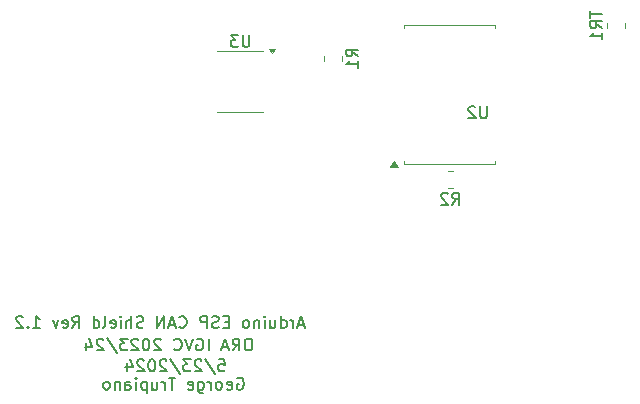
<source format=gbr>
%TF.GenerationSoftware,KiCad,Pcbnew,8.0.2*%
%TF.CreationDate,2024-05-23T15:40:16-04:00*%
%TF.ProjectId,ORA_Arduino_ESP_CAN_Shield_Rev_1.2,4f52415f-4172-4647-9569-6e6f5f455350,rev?*%
%TF.SameCoordinates,Original*%
%TF.FileFunction,Legend,Bot*%
%TF.FilePolarity,Positive*%
%FSLAX46Y46*%
G04 Gerber Fmt 4.6, Leading zero omitted, Abs format (unit mm)*
G04 Created by KiCad (PCBNEW 8.0.2) date 2024-05-23 15:40:16*
%MOMM*%
%LPD*%
G01*
G04 APERTURE LIST*
%ADD10C,0.150000*%
%ADD11C,0.120000*%
G04 APERTURE END LIST*
D10*
X126580839Y-91424104D02*
X126104649Y-91424104D01*
X126676077Y-91709819D02*
X126342744Y-90709819D01*
X126342744Y-90709819D02*
X126009411Y-91709819D01*
X125676077Y-91709819D02*
X125676077Y-91043152D01*
X125676077Y-91233628D02*
X125628458Y-91138390D01*
X125628458Y-91138390D02*
X125580839Y-91090771D01*
X125580839Y-91090771D02*
X125485601Y-91043152D01*
X125485601Y-91043152D02*
X125390363Y-91043152D01*
X124628458Y-91709819D02*
X124628458Y-90709819D01*
X124628458Y-91662200D02*
X124723696Y-91709819D01*
X124723696Y-91709819D02*
X124914172Y-91709819D01*
X124914172Y-91709819D02*
X125009410Y-91662200D01*
X125009410Y-91662200D02*
X125057029Y-91614580D01*
X125057029Y-91614580D02*
X125104648Y-91519342D01*
X125104648Y-91519342D02*
X125104648Y-91233628D01*
X125104648Y-91233628D02*
X125057029Y-91138390D01*
X125057029Y-91138390D02*
X125009410Y-91090771D01*
X125009410Y-91090771D02*
X124914172Y-91043152D01*
X124914172Y-91043152D02*
X124723696Y-91043152D01*
X124723696Y-91043152D02*
X124628458Y-91090771D01*
X123723696Y-91043152D02*
X123723696Y-91709819D01*
X124152267Y-91043152D02*
X124152267Y-91566961D01*
X124152267Y-91566961D02*
X124104648Y-91662200D01*
X124104648Y-91662200D02*
X124009410Y-91709819D01*
X124009410Y-91709819D02*
X123866553Y-91709819D01*
X123866553Y-91709819D02*
X123771315Y-91662200D01*
X123771315Y-91662200D02*
X123723696Y-91614580D01*
X123247505Y-91709819D02*
X123247505Y-91043152D01*
X123247505Y-90709819D02*
X123295124Y-90757438D01*
X123295124Y-90757438D02*
X123247505Y-90805057D01*
X123247505Y-90805057D02*
X123199886Y-90757438D01*
X123199886Y-90757438D02*
X123247505Y-90709819D01*
X123247505Y-90709819D02*
X123247505Y-90805057D01*
X122771315Y-91043152D02*
X122771315Y-91709819D01*
X122771315Y-91138390D02*
X122723696Y-91090771D01*
X122723696Y-91090771D02*
X122628458Y-91043152D01*
X122628458Y-91043152D02*
X122485601Y-91043152D01*
X122485601Y-91043152D02*
X122390363Y-91090771D01*
X122390363Y-91090771D02*
X122342744Y-91186009D01*
X122342744Y-91186009D02*
X122342744Y-91709819D01*
X121723696Y-91709819D02*
X121818934Y-91662200D01*
X121818934Y-91662200D02*
X121866553Y-91614580D01*
X121866553Y-91614580D02*
X121914172Y-91519342D01*
X121914172Y-91519342D02*
X121914172Y-91233628D01*
X121914172Y-91233628D02*
X121866553Y-91138390D01*
X121866553Y-91138390D02*
X121818934Y-91090771D01*
X121818934Y-91090771D02*
X121723696Y-91043152D01*
X121723696Y-91043152D02*
X121580839Y-91043152D01*
X121580839Y-91043152D02*
X121485601Y-91090771D01*
X121485601Y-91090771D02*
X121437982Y-91138390D01*
X121437982Y-91138390D02*
X121390363Y-91233628D01*
X121390363Y-91233628D02*
X121390363Y-91519342D01*
X121390363Y-91519342D02*
X121437982Y-91614580D01*
X121437982Y-91614580D02*
X121485601Y-91662200D01*
X121485601Y-91662200D02*
X121580839Y-91709819D01*
X121580839Y-91709819D02*
X121723696Y-91709819D01*
X120199886Y-91186009D02*
X119866553Y-91186009D01*
X119723696Y-91709819D02*
X120199886Y-91709819D01*
X120199886Y-91709819D02*
X120199886Y-90709819D01*
X120199886Y-90709819D02*
X119723696Y-90709819D01*
X119342743Y-91662200D02*
X119199886Y-91709819D01*
X119199886Y-91709819D02*
X118961791Y-91709819D01*
X118961791Y-91709819D02*
X118866553Y-91662200D01*
X118866553Y-91662200D02*
X118818934Y-91614580D01*
X118818934Y-91614580D02*
X118771315Y-91519342D01*
X118771315Y-91519342D02*
X118771315Y-91424104D01*
X118771315Y-91424104D02*
X118818934Y-91328866D01*
X118818934Y-91328866D02*
X118866553Y-91281247D01*
X118866553Y-91281247D02*
X118961791Y-91233628D01*
X118961791Y-91233628D02*
X119152267Y-91186009D01*
X119152267Y-91186009D02*
X119247505Y-91138390D01*
X119247505Y-91138390D02*
X119295124Y-91090771D01*
X119295124Y-91090771D02*
X119342743Y-90995533D01*
X119342743Y-90995533D02*
X119342743Y-90900295D01*
X119342743Y-90900295D02*
X119295124Y-90805057D01*
X119295124Y-90805057D02*
X119247505Y-90757438D01*
X119247505Y-90757438D02*
X119152267Y-90709819D01*
X119152267Y-90709819D02*
X118914172Y-90709819D01*
X118914172Y-90709819D02*
X118771315Y-90757438D01*
X118342743Y-91709819D02*
X118342743Y-90709819D01*
X118342743Y-90709819D02*
X117961791Y-90709819D01*
X117961791Y-90709819D02*
X117866553Y-90757438D01*
X117866553Y-90757438D02*
X117818934Y-90805057D01*
X117818934Y-90805057D02*
X117771315Y-90900295D01*
X117771315Y-90900295D02*
X117771315Y-91043152D01*
X117771315Y-91043152D02*
X117818934Y-91138390D01*
X117818934Y-91138390D02*
X117866553Y-91186009D01*
X117866553Y-91186009D02*
X117961791Y-91233628D01*
X117961791Y-91233628D02*
X118342743Y-91233628D01*
X116009410Y-91614580D02*
X116057029Y-91662200D01*
X116057029Y-91662200D02*
X116199886Y-91709819D01*
X116199886Y-91709819D02*
X116295124Y-91709819D01*
X116295124Y-91709819D02*
X116437981Y-91662200D01*
X116437981Y-91662200D02*
X116533219Y-91566961D01*
X116533219Y-91566961D02*
X116580838Y-91471723D01*
X116580838Y-91471723D02*
X116628457Y-91281247D01*
X116628457Y-91281247D02*
X116628457Y-91138390D01*
X116628457Y-91138390D02*
X116580838Y-90947914D01*
X116580838Y-90947914D02*
X116533219Y-90852676D01*
X116533219Y-90852676D02*
X116437981Y-90757438D01*
X116437981Y-90757438D02*
X116295124Y-90709819D01*
X116295124Y-90709819D02*
X116199886Y-90709819D01*
X116199886Y-90709819D02*
X116057029Y-90757438D01*
X116057029Y-90757438D02*
X116009410Y-90805057D01*
X115628457Y-91424104D02*
X115152267Y-91424104D01*
X115723695Y-91709819D02*
X115390362Y-90709819D01*
X115390362Y-90709819D02*
X115057029Y-91709819D01*
X114723695Y-91709819D02*
X114723695Y-90709819D01*
X114723695Y-90709819D02*
X114152267Y-91709819D01*
X114152267Y-91709819D02*
X114152267Y-90709819D01*
X112961790Y-91662200D02*
X112818933Y-91709819D01*
X112818933Y-91709819D02*
X112580838Y-91709819D01*
X112580838Y-91709819D02*
X112485600Y-91662200D01*
X112485600Y-91662200D02*
X112437981Y-91614580D01*
X112437981Y-91614580D02*
X112390362Y-91519342D01*
X112390362Y-91519342D02*
X112390362Y-91424104D01*
X112390362Y-91424104D02*
X112437981Y-91328866D01*
X112437981Y-91328866D02*
X112485600Y-91281247D01*
X112485600Y-91281247D02*
X112580838Y-91233628D01*
X112580838Y-91233628D02*
X112771314Y-91186009D01*
X112771314Y-91186009D02*
X112866552Y-91138390D01*
X112866552Y-91138390D02*
X112914171Y-91090771D01*
X112914171Y-91090771D02*
X112961790Y-90995533D01*
X112961790Y-90995533D02*
X112961790Y-90900295D01*
X112961790Y-90900295D02*
X112914171Y-90805057D01*
X112914171Y-90805057D02*
X112866552Y-90757438D01*
X112866552Y-90757438D02*
X112771314Y-90709819D01*
X112771314Y-90709819D02*
X112533219Y-90709819D01*
X112533219Y-90709819D02*
X112390362Y-90757438D01*
X111961790Y-91709819D02*
X111961790Y-90709819D01*
X111533219Y-91709819D02*
X111533219Y-91186009D01*
X111533219Y-91186009D02*
X111580838Y-91090771D01*
X111580838Y-91090771D02*
X111676076Y-91043152D01*
X111676076Y-91043152D02*
X111818933Y-91043152D01*
X111818933Y-91043152D02*
X111914171Y-91090771D01*
X111914171Y-91090771D02*
X111961790Y-91138390D01*
X111057028Y-91709819D02*
X111057028Y-91043152D01*
X111057028Y-90709819D02*
X111104647Y-90757438D01*
X111104647Y-90757438D02*
X111057028Y-90805057D01*
X111057028Y-90805057D02*
X111009409Y-90757438D01*
X111009409Y-90757438D02*
X111057028Y-90709819D01*
X111057028Y-90709819D02*
X111057028Y-90805057D01*
X110199886Y-91662200D02*
X110295124Y-91709819D01*
X110295124Y-91709819D02*
X110485600Y-91709819D01*
X110485600Y-91709819D02*
X110580838Y-91662200D01*
X110580838Y-91662200D02*
X110628457Y-91566961D01*
X110628457Y-91566961D02*
X110628457Y-91186009D01*
X110628457Y-91186009D02*
X110580838Y-91090771D01*
X110580838Y-91090771D02*
X110485600Y-91043152D01*
X110485600Y-91043152D02*
X110295124Y-91043152D01*
X110295124Y-91043152D02*
X110199886Y-91090771D01*
X110199886Y-91090771D02*
X110152267Y-91186009D01*
X110152267Y-91186009D02*
X110152267Y-91281247D01*
X110152267Y-91281247D02*
X110628457Y-91376485D01*
X109580838Y-91709819D02*
X109676076Y-91662200D01*
X109676076Y-91662200D02*
X109723695Y-91566961D01*
X109723695Y-91566961D02*
X109723695Y-90709819D01*
X108771314Y-91709819D02*
X108771314Y-90709819D01*
X108771314Y-91662200D02*
X108866552Y-91709819D01*
X108866552Y-91709819D02*
X109057028Y-91709819D01*
X109057028Y-91709819D02*
X109152266Y-91662200D01*
X109152266Y-91662200D02*
X109199885Y-91614580D01*
X109199885Y-91614580D02*
X109247504Y-91519342D01*
X109247504Y-91519342D02*
X109247504Y-91233628D01*
X109247504Y-91233628D02*
X109199885Y-91138390D01*
X109199885Y-91138390D02*
X109152266Y-91090771D01*
X109152266Y-91090771D02*
X109057028Y-91043152D01*
X109057028Y-91043152D02*
X108866552Y-91043152D01*
X108866552Y-91043152D02*
X108771314Y-91090771D01*
X106961790Y-91709819D02*
X107295123Y-91233628D01*
X107533218Y-91709819D02*
X107533218Y-90709819D01*
X107533218Y-90709819D02*
X107152266Y-90709819D01*
X107152266Y-90709819D02*
X107057028Y-90757438D01*
X107057028Y-90757438D02*
X107009409Y-90805057D01*
X107009409Y-90805057D02*
X106961790Y-90900295D01*
X106961790Y-90900295D02*
X106961790Y-91043152D01*
X106961790Y-91043152D02*
X107009409Y-91138390D01*
X107009409Y-91138390D02*
X107057028Y-91186009D01*
X107057028Y-91186009D02*
X107152266Y-91233628D01*
X107152266Y-91233628D02*
X107533218Y-91233628D01*
X106152266Y-91662200D02*
X106247504Y-91709819D01*
X106247504Y-91709819D02*
X106437980Y-91709819D01*
X106437980Y-91709819D02*
X106533218Y-91662200D01*
X106533218Y-91662200D02*
X106580837Y-91566961D01*
X106580837Y-91566961D02*
X106580837Y-91186009D01*
X106580837Y-91186009D02*
X106533218Y-91090771D01*
X106533218Y-91090771D02*
X106437980Y-91043152D01*
X106437980Y-91043152D02*
X106247504Y-91043152D01*
X106247504Y-91043152D02*
X106152266Y-91090771D01*
X106152266Y-91090771D02*
X106104647Y-91186009D01*
X106104647Y-91186009D02*
X106104647Y-91281247D01*
X106104647Y-91281247D02*
X106580837Y-91376485D01*
X105771313Y-91043152D02*
X105533218Y-91709819D01*
X105533218Y-91709819D02*
X105295123Y-91043152D01*
X103628456Y-91709819D02*
X104199884Y-91709819D01*
X103914170Y-91709819D02*
X103914170Y-90709819D01*
X103914170Y-90709819D02*
X104009408Y-90852676D01*
X104009408Y-90852676D02*
X104104646Y-90947914D01*
X104104646Y-90947914D02*
X104199884Y-90995533D01*
X103199884Y-91614580D02*
X103152265Y-91662200D01*
X103152265Y-91662200D02*
X103199884Y-91709819D01*
X103199884Y-91709819D02*
X103247503Y-91662200D01*
X103247503Y-91662200D02*
X103199884Y-91614580D01*
X103199884Y-91614580D02*
X103199884Y-91709819D01*
X102771313Y-90805057D02*
X102723694Y-90757438D01*
X102723694Y-90757438D02*
X102628456Y-90709819D01*
X102628456Y-90709819D02*
X102390361Y-90709819D01*
X102390361Y-90709819D02*
X102295123Y-90757438D01*
X102295123Y-90757438D02*
X102247504Y-90805057D01*
X102247504Y-90805057D02*
X102199885Y-90900295D01*
X102199885Y-90900295D02*
X102199885Y-90995533D01*
X102199885Y-90995533D02*
X102247504Y-91138390D01*
X102247504Y-91138390D02*
X102818932Y-91709819D01*
X102818932Y-91709819D02*
X102199885Y-91709819D01*
X120919411Y-95977438D02*
X121014649Y-95929819D01*
X121014649Y-95929819D02*
X121157506Y-95929819D01*
X121157506Y-95929819D02*
X121300363Y-95977438D01*
X121300363Y-95977438D02*
X121395601Y-96072676D01*
X121395601Y-96072676D02*
X121443220Y-96167914D01*
X121443220Y-96167914D02*
X121490839Y-96358390D01*
X121490839Y-96358390D02*
X121490839Y-96501247D01*
X121490839Y-96501247D02*
X121443220Y-96691723D01*
X121443220Y-96691723D02*
X121395601Y-96786961D01*
X121395601Y-96786961D02*
X121300363Y-96882200D01*
X121300363Y-96882200D02*
X121157506Y-96929819D01*
X121157506Y-96929819D02*
X121062268Y-96929819D01*
X121062268Y-96929819D02*
X120919411Y-96882200D01*
X120919411Y-96882200D02*
X120871792Y-96834580D01*
X120871792Y-96834580D02*
X120871792Y-96501247D01*
X120871792Y-96501247D02*
X121062268Y-96501247D01*
X120062268Y-96882200D02*
X120157506Y-96929819D01*
X120157506Y-96929819D02*
X120347982Y-96929819D01*
X120347982Y-96929819D02*
X120443220Y-96882200D01*
X120443220Y-96882200D02*
X120490839Y-96786961D01*
X120490839Y-96786961D02*
X120490839Y-96406009D01*
X120490839Y-96406009D02*
X120443220Y-96310771D01*
X120443220Y-96310771D02*
X120347982Y-96263152D01*
X120347982Y-96263152D02*
X120157506Y-96263152D01*
X120157506Y-96263152D02*
X120062268Y-96310771D01*
X120062268Y-96310771D02*
X120014649Y-96406009D01*
X120014649Y-96406009D02*
X120014649Y-96501247D01*
X120014649Y-96501247D02*
X120490839Y-96596485D01*
X119443220Y-96929819D02*
X119538458Y-96882200D01*
X119538458Y-96882200D02*
X119586077Y-96834580D01*
X119586077Y-96834580D02*
X119633696Y-96739342D01*
X119633696Y-96739342D02*
X119633696Y-96453628D01*
X119633696Y-96453628D02*
X119586077Y-96358390D01*
X119586077Y-96358390D02*
X119538458Y-96310771D01*
X119538458Y-96310771D02*
X119443220Y-96263152D01*
X119443220Y-96263152D02*
X119300363Y-96263152D01*
X119300363Y-96263152D02*
X119205125Y-96310771D01*
X119205125Y-96310771D02*
X119157506Y-96358390D01*
X119157506Y-96358390D02*
X119109887Y-96453628D01*
X119109887Y-96453628D02*
X119109887Y-96739342D01*
X119109887Y-96739342D02*
X119157506Y-96834580D01*
X119157506Y-96834580D02*
X119205125Y-96882200D01*
X119205125Y-96882200D02*
X119300363Y-96929819D01*
X119300363Y-96929819D02*
X119443220Y-96929819D01*
X118681315Y-96929819D02*
X118681315Y-96263152D01*
X118681315Y-96453628D02*
X118633696Y-96358390D01*
X118633696Y-96358390D02*
X118586077Y-96310771D01*
X118586077Y-96310771D02*
X118490839Y-96263152D01*
X118490839Y-96263152D02*
X118395601Y-96263152D01*
X117633696Y-96263152D02*
X117633696Y-97072676D01*
X117633696Y-97072676D02*
X117681315Y-97167914D01*
X117681315Y-97167914D02*
X117728934Y-97215533D01*
X117728934Y-97215533D02*
X117824172Y-97263152D01*
X117824172Y-97263152D02*
X117967029Y-97263152D01*
X117967029Y-97263152D02*
X118062267Y-97215533D01*
X117633696Y-96882200D02*
X117728934Y-96929819D01*
X117728934Y-96929819D02*
X117919410Y-96929819D01*
X117919410Y-96929819D02*
X118014648Y-96882200D01*
X118014648Y-96882200D02*
X118062267Y-96834580D01*
X118062267Y-96834580D02*
X118109886Y-96739342D01*
X118109886Y-96739342D02*
X118109886Y-96453628D01*
X118109886Y-96453628D02*
X118062267Y-96358390D01*
X118062267Y-96358390D02*
X118014648Y-96310771D01*
X118014648Y-96310771D02*
X117919410Y-96263152D01*
X117919410Y-96263152D02*
X117728934Y-96263152D01*
X117728934Y-96263152D02*
X117633696Y-96310771D01*
X116776553Y-96882200D02*
X116871791Y-96929819D01*
X116871791Y-96929819D02*
X117062267Y-96929819D01*
X117062267Y-96929819D02*
X117157505Y-96882200D01*
X117157505Y-96882200D02*
X117205124Y-96786961D01*
X117205124Y-96786961D02*
X117205124Y-96406009D01*
X117205124Y-96406009D02*
X117157505Y-96310771D01*
X117157505Y-96310771D02*
X117062267Y-96263152D01*
X117062267Y-96263152D02*
X116871791Y-96263152D01*
X116871791Y-96263152D02*
X116776553Y-96310771D01*
X116776553Y-96310771D02*
X116728934Y-96406009D01*
X116728934Y-96406009D02*
X116728934Y-96501247D01*
X116728934Y-96501247D02*
X117205124Y-96596485D01*
X115681314Y-95929819D02*
X115109886Y-95929819D01*
X115395600Y-96929819D02*
X115395600Y-95929819D01*
X114776552Y-96929819D02*
X114776552Y-96263152D01*
X114776552Y-96453628D02*
X114728933Y-96358390D01*
X114728933Y-96358390D02*
X114681314Y-96310771D01*
X114681314Y-96310771D02*
X114586076Y-96263152D01*
X114586076Y-96263152D02*
X114490838Y-96263152D01*
X113728933Y-96263152D02*
X113728933Y-96929819D01*
X114157504Y-96263152D02*
X114157504Y-96786961D01*
X114157504Y-96786961D02*
X114109885Y-96882200D01*
X114109885Y-96882200D02*
X114014647Y-96929819D01*
X114014647Y-96929819D02*
X113871790Y-96929819D01*
X113871790Y-96929819D02*
X113776552Y-96882200D01*
X113776552Y-96882200D02*
X113728933Y-96834580D01*
X113252742Y-96263152D02*
X113252742Y-97263152D01*
X113252742Y-96310771D02*
X113157504Y-96263152D01*
X113157504Y-96263152D02*
X112967028Y-96263152D01*
X112967028Y-96263152D02*
X112871790Y-96310771D01*
X112871790Y-96310771D02*
X112824171Y-96358390D01*
X112824171Y-96358390D02*
X112776552Y-96453628D01*
X112776552Y-96453628D02*
X112776552Y-96739342D01*
X112776552Y-96739342D02*
X112824171Y-96834580D01*
X112824171Y-96834580D02*
X112871790Y-96882200D01*
X112871790Y-96882200D02*
X112967028Y-96929819D01*
X112967028Y-96929819D02*
X113157504Y-96929819D01*
X113157504Y-96929819D02*
X113252742Y-96882200D01*
X112347980Y-96929819D02*
X112347980Y-96263152D01*
X112347980Y-95929819D02*
X112395599Y-95977438D01*
X112395599Y-95977438D02*
X112347980Y-96025057D01*
X112347980Y-96025057D02*
X112300361Y-95977438D01*
X112300361Y-95977438D02*
X112347980Y-95929819D01*
X112347980Y-95929819D02*
X112347980Y-96025057D01*
X111443219Y-96929819D02*
X111443219Y-96406009D01*
X111443219Y-96406009D02*
X111490838Y-96310771D01*
X111490838Y-96310771D02*
X111586076Y-96263152D01*
X111586076Y-96263152D02*
X111776552Y-96263152D01*
X111776552Y-96263152D02*
X111871790Y-96310771D01*
X111443219Y-96882200D02*
X111538457Y-96929819D01*
X111538457Y-96929819D02*
X111776552Y-96929819D01*
X111776552Y-96929819D02*
X111871790Y-96882200D01*
X111871790Y-96882200D02*
X111919409Y-96786961D01*
X111919409Y-96786961D02*
X111919409Y-96691723D01*
X111919409Y-96691723D02*
X111871790Y-96596485D01*
X111871790Y-96596485D02*
X111776552Y-96548866D01*
X111776552Y-96548866D02*
X111538457Y-96548866D01*
X111538457Y-96548866D02*
X111443219Y-96501247D01*
X110967028Y-96263152D02*
X110967028Y-96929819D01*
X110967028Y-96358390D02*
X110919409Y-96310771D01*
X110919409Y-96310771D02*
X110824171Y-96263152D01*
X110824171Y-96263152D02*
X110681314Y-96263152D01*
X110681314Y-96263152D02*
X110586076Y-96310771D01*
X110586076Y-96310771D02*
X110538457Y-96406009D01*
X110538457Y-96406009D02*
X110538457Y-96929819D01*
X109919409Y-96929819D02*
X110014647Y-96882200D01*
X110014647Y-96882200D02*
X110062266Y-96834580D01*
X110062266Y-96834580D02*
X110109885Y-96739342D01*
X110109885Y-96739342D02*
X110109885Y-96453628D01*
X110109885Y-96453628D02*
X110062266Y-96358390D01*
X110062266Y-96358390D02*
X110014647Y-96310771D01*
X110014647Y-96310771D02*
X109919409Y-96263152D01*
X109919409Y-96263152D02*
X109776552Y-96263152D01*
X109776552Y-96263152D02*
X109681314Y-96310771D01*
X109681314Y-96310771D02*
X109633695Y-96358390D01*
X109633695Y-96358390D02*
X109586076Y-96453628D01*
X109586076Y-96453628D02*
X109586076Y-96739342D01*
X109586076Y-96739342D02*
X109633695Y-96834580D01*
X109633695Y-96834580D02*
X109681314Y-96882200D01*
X109681314Y-96882200D02*
X109776552Y-96929819D01*
X109776552Y-96929819D02*
X109919409Y-96929819D01*
X121962744Y-92619819D02*
X121772268Y-92619819D01*
X121772268Y-92619819D02*
X121677030Y-92667438D01*
X121677030Y-92667438D02*
X121581792Y-92762676D01*
X121581792Y-92762676D02*
X121534173Y-92953152D01*
X121534173Y-92953152D02*
X121534173Y-93286485D01*
X121534173Y-93286485D02*
X121581792Y-93476961D01*
X121581792Y-93476961D02*
X121677030Y-93572200D01*
X121677030Y-93572200D02*
X121772268Y-93619819D01*
X121772268Y-93619819D02*
X121962744Y-93619819D01*
X121962744Y-93619819D02*
X122057982Y-93572200D01*
X122057982Y-93572200D02*
X122153220Y-93476961D01*
X122153220Y-93476961D02*
X122200839Y-93286485D01*
X122200839Y-93286485D02*
X122200839Y-92953152D01*
X122200839Y-92953152D02*
X122153220Y-92762676D01*
X122153220Y-92762676D02*
X122057982Y-92667438D01*
X122057982Y-92667438D02*
X121962744Y-92619819D01*
X120534173Y-93619819D02*
X120867506Y-93143628D01*
X121105601Y-93619819D02*
X121105601Y-92619819D01*
X121105601Y-92619819D02*
X120724649Y-92619819D01*
X120724649Y-92619819D02*
X120629411Y-92667438D01*
X120629411Y-92667438D02*
X120581792Y-92715057D01*
X120581792Y-92715057D02*
X120534173Y-92810295D01*
X120534173Y-92810295D02*
X120534173Y-92953152D01*
X120534173Y-92953152D02*
X120581792Y-93048390D01*
X120581792Y-93048390D02*
X120629411Y-93096009D01*
X120629411Y-93096009D02*
X120724649Y-93143628D01*
X120724649Y-93143628D02*
X121105601Y-93143628D01*
X120153220Y-93334104D02*
X119677030Y-93334104D01*
X120248458Y-93619819D02*
X119915125Y-92619819D01*
X119915125Y-92619819D02*
X119581792Y-93619819D01*
X118486553Y-93619819D02*
X118486553Y-92619819D01*
X117486554Y-92667438D02*
X117581792Y-92619819D01*
X117581792Y-92619819D02*
X117724649Y-92619819D01*
X117724649Y-92619819D02*
X117867506Y-92667438D01*
X117867506Y-92667438D02*
X117962744Y-92762676D01*
X117962744Y-92762676D02*
X118010363Y-92857914D01*
X118010363Y-92857914D02*
X118057982Y-93048390D01*
X118057982Y-93048390D02*
X118057982Y-93191247D01*
X118057982Y-93191247D02*
X118010363Y-93381723D01*
X118010363Y-93381723D02*
X117962744Y-93476961D01*
X117962744Y-93476961D02*
X117867506Y-93572200D01*
X117867506Y-93572200D02*
X117724649Y-93619819D01*
X117724649Y-93619819D02*
X117629411Y-93619819D01*
X117629411Y-93619819D02*
X117486554Y-93572200D01*
X117486554Y-93572200D02*
X117438935Y-93524580D01*
X117438935Y-93524580D02*
X117438935Y-93191247D01*
X117438935Y-93191247D02*
X117629411Y-93191247D01*
X117153220Y-92619819D02*
X116819887Y-93619819D01*
X116819887Y-93619819D02*
X116486554Y-92619819D01*
X115581792Y-93524580D02*
X115629411Y-93572200D01*
X115629411Y-93572200D02*
X115772268Y-93619819D01*
X115772268Y-93619819D02*
X115867506Y-93619819D01*
X115867506Y-93619819D02*
X116010363Y-93572200D01*
X116010363Y-93572200D02*
X116105601Y-93476961D01*
X116105601Y-93476961D02*
X116153220Y-93381723D01*
X116153220Y-93381723D02*
X116200839Y-93191247D01*
X116200839Y-93191247D02*
X116200839Y-93048390D01*
X116200839Y-93048390D02*
X116153220Y-92857914D01*
X116153220Y-92857914D02*
X116105601Y-92762676D01*
X116105601Y-92762676D02*
X116010363Y-92667438D01*
X116010363Y-92667438D02*
X115867506Y-92619819D01*
X115867506Y-92619819D02*
X115772268Y-92619819D01*
X115772268Y-92619819D02*
X115629411Y-92667438D01*
X115629411Y-92667438D02*
X115581792Y-92715057D01*
X114438934Y-92715057D02*
X114391315Y-92667438D01*
X114391315Y-92667438D02*
X114296077Y-92619819D01*
X114296077Y-92619819D02*
X114057982Y-92619819D01*
X114057982Y-92619819D02*
X113962744Y-92667438D01*
X113962744Y-92667438D02*
X113915125Y-92715057D01*
X113915125Y-92715057D02*
X113867506Y-92810295D01*
X113867506Y-92810295D02*
X113867506Y-92905533D01*
X113867506Y-92905533D02*
X113915125Y-93048390D01*
X113915125Y-93048390D02*
X114486553Y-93619819D01*
X114486553Y-93619819D02*
X113867506Y-93619819D01*
X113248458Y-92619819D02*
X113153220Y-92619819D01*
X113153220Y-92619819D02*
X113057982Y-92667438D01*
X113057982Y-92667438D02*
X113010363Y-92715057D01*
X113010363Y-92715057D02*
X112962744Y-92810295D01*
X112962744Y-92810295D02*
X112915125Y-93000771D01*
X112915125Y-93000771D02*
X112915125Y-93238866D01*
X112915125Y-93238866D02*
X112962744Y-93429342D01*
X112962744Y-93429342D02*
X113010363Y-93524580D01*
X113010363Y-93524580D02*
X113057982Y-93572200D01*
X113057982Y-93572200D02*
X113153220Y-93619819D01*
X113153220Y-93619819D02*
X113248458Y-93619819D01*
X113248458Y-93619819D02*
X113343696Y-93572200D01*
X113343696Y-93572200D02*
X113391315Y-93524580D01*
X113391315Y-93524580D02*
X113438934Y-93429342D01*
X113438934Y-93429342D02*
X113486553Y-93238866D01*
X113486553Y-93238866D02*
X113486553Y-93000771D01*
X113486553Y-93000771D02*
X113438934Y-92810295D01*
X113438934Y-92810295D02*
X113391315Y-92715057D01*
X113391315Y-92715057D02*
X113343696Y-92667438D01*
X113343696Y-92667438D02*
X113248458Y-92619819D01*
X112534172Y-92715057D02*
X112486553Y-92667438D01*
X112486553Y-92667438D02*
X112391315Y-92619819D01*
X112391315Y-92619819D02*
X112153220Y-92619819D01*
X112153220Y-92619819D02*
X112057982Y-92667438D01*
X112057982Y-92667438D02*
X112010363Y-92715057D01*
X112010363Y-92715057D02*
X111962744Y-92810295D01*
X111962744Y-92810295D02*
X111962744Y-92905533D01*
X111962744Y-92905533D02*
X112010363Y-93048390D01*
X112010363Y-93048390D02*
X112581791Y-93619819D01*
X112581791Y-93619819D02*
X111962744Y-93619819D01*
X111629410Y-92619819D02*
X111010363Y-92619819D01*
X111010363Y-92619819D02*
X111343696Y-93000771D01*
X111343696Y-93000771D02*
X111200839Y-93000771D01*
X111200839Y-93000771D02*
X111105601Y-93048390D01*
X111105601Y-93048390D02*
X111057982Y-93096009D01*
X111057982Y-93096009D02*
X111010363Y-93191247D01*
X111010363Y-93191247D02*
X111010363Y-93429342D01*
X111010363Y-93429342D02*
X111057982Y-93524580D01*
X111057982Y-93524580D02*
X111105601Y-93572200D01*
X111105601Y-93572200D02*
X111200839Y-93619819D01*
X111200839Y-93619819D02*
X111486553Y-93619819D01*
X111486553Y-93619819D02*
X111581791Y-93572200D01*
X111581791Y-93572200D02*
X111629410Y-93524580D01*
X109867506Y-92572200D02*
X110724648Y-93857914D01*
X109581791Y-92715057D02*
X109534172Y-92667438D01*
X109534172Y-92667438D02*
X109438934Y-92619819D01*
X109438934Y-92619819D02*
X109200839Y-92619819D01*
X109200839Y-92619819D02*
X109105601Y-92667438D01*
X109105601Y-92667438D02*
X109057982Y-92715057D01*
X109057982Y-92715057D02*
X109010363Y-92810295D01*
X109010363Y-92810295D02*
X109010363Y-92905533D01*
X109010363Y-92905533D02*
X109057982Y-93048390D01*
X109057982Y-93048390D02*
X109629410Y-93619819D01*
X109629410Y-93619819D02*
X109010363Y-93619819D01*
X108153220Y-92953152D02*
X108153220Y-93619819D01*
X108391315Y-92572200D02*
X108629410Y-93286485D01*
X108629410Y-93286485D02*
X108010363Y-93286485D01*
X119357030Y-94379819D02*
X119833220Y-94379819D01*
X119833220Y-94379819D02*
X119880839Y-94856009D01*
X119880839Y-94856009D02*
X119833220Y-94808390D01*
X119833220Y-94808390D02*
X119737982Y-94760771D01*
X119737982Y-94760771D02*
X119499887Y-94760771D01*
X119499887Y-94760771D02*
X119404649Y-94808390D01*
X119404649Y-94808390D02*
X119357030Y-94856009D01*
X119357030Y-94856009D02*
X119309411Y-94951247D01*
X119309411Y-94951247D02*
X119309411Y-95189342D01*
X119309411Y-95189342D02*
X119357030Y-95284580D01*
X119357030Y-95284580D02*
X119404649Y-95332200D01*
X119404649Y-95332200D02*
X119499887Y-95379819D01*
X119499887Y-95379819D02*
X119737982Y-95379819D01*
X119737982Y-95379819D02*
X119833220Y-95332200D01*
X119833220Y-95332200D02*
X119880839Y-95284580D01*
X118166554Y-94332200D02*
X119023696Y-95617914D01*
X117880839Y-94475057D02*
X117833220Y-94427438D01*
X117833220Y-94427438D02*
X117737982Y-94379819D01*
X117737982Y-94379819D02*
X117499887Y-94379819D01*
X117499887Y-94379819D02*
X117404649Y-94427438D01*
X117404649Y-94427438D02*
X117357030Y-94475057D01*
X117357030Y-94475057D02*
X117309411Y-94570295D01*
X117309411Y-94570295D02*
X117309411Y-94665533D01*
X117309411Y-94665533D02*
X117357030Y-94808390D01*
X117357030Y-94808390D02*
X117928458Y-95379819D01*
X117928458Y-95379819D02*
X117309411Y-95379819D01*
X116976077Y-94379819D02*
X116357030Y-94379819D01*
X116357030Y-94379819D02*
X116690363Y-94760771D01*
X116690363Y-94760771D02*
X116547506Y-94760771D01*
X116547506Y-94760771D02*
X116452268Y-94808390D01*
X116452268Y-94808390D02*
X116404649Y-94856009D01*
X116404649Y-94856009D02*
X116357030Y-94951247D01*
X116357030Y-94951247D02*
X116357030Y-95189342D01*
X116357030Y-95189342D02*
X116404649Y-95284580D01*
X116404649Y-95284580D02*
X116452268Y-95332200D01*
X116452268Y-95332200D02*
X116547506Y-95379819D01*
X116547506Y-95379819D02*
X116833220Y-95379819D01*
X116833220Y-95379819D02*
X116928458Y-95332200D01*
X116928458Y-95332200D02*
X116976077Y-95284580D01*
X115214173Y-94332200D02*
X116071315Y-95617914D01*
X114928458Y-94475057D02*
X114880839Y-94427438D01*
X114880839Y-94427438D02*
X114785601Y-94379819D01*
X114785601Y-94379819D02*
X114547506Y-94379819D01*
X114547506Y-94379819D02*
X114452268Y-94427438D01*
X114452268Y-94427438D02*
X114404649Y-94475057D01*
X114404649Y-94475057D02*
X114357030Y-94570295D01*
X114357030Y-94570295D02*
X114357030Y-94665533D01*
X114357030Y-94665533D02*
X114404649Y-94808390D01*
X114404649Y-94808390D02*
X114976077Y-95379819D01*
X114976077Y-95379819D02*
X114357030Y-95379819D01*
X113737982Y-94379819D02*
X113642744Y-94379819D01*
X113642744Y-94379819D02*
X113547506Y-94427438D01*
X113547506Y-94427438D02*
X113499887Y-94475057D01*
X113499887Y-94475057D02*
X113452268Y-94570295D01*
X113452268Y-94570295D02*
X113404649Y-94760771D01*
X113404649Y-94760771D02*
X113404649Y-94998866D01*
X113404649Y-94998866D02*
X113452268Y-95189342D01*
X113452268Y-95189342D02*
X113499887Y-95284580D01*
X113499887Y-95284580D02*
X113547506Y-95332200D01*
X113547506Y-95332200D02*
X113642744Y-95379819D01*
X113642744Y-95379819D02*
X113737982Y-95379819D01*
X113737982Y-95379819D02*
X113833220Y-95332200D01*
X113833220Y-95332200D02*
X113880839Y-95284580D01*
X113880839Y-95284580D02*
X113928458Y-95189342D01*
X113928458Y-95189342D02*
X113976077Y-94998866D01*
X113976077Y-94998866D02*
X113976077Y-94760771D01*
X113976077Y-94760771D02*
X113928458Y-94570295D01*
X113928458Y-94570295D02*
X113880839Y-94475057D01*
X113880839Y-94475057D02*
X113833220Y-94427438D01*
X113833220Y-94427438D02*
X113737982Y-94379819D01*
X113023696Y-94475057D02*
X112976077Y-94427438D01*
X112976077Y-94427438D02*
X112880839Y-94379819D01*
X112880839Y-94379819D02*
X112642744Y-94379819D01*
X112642744Y-94379819D02*
X112547506Y-94427438D01*
X112547506Y-94427438D02*
X112499887Y-94475057D01*
X112499887Y-94475057D02*
X112452268Y-94570295D01*
X112452268Y-94570295D02*
X112452268Y-94665533D01*
X112452268Y-94665533D02*
X112499887Y-94808390D01*
X112499887Y-94808390D02*
X113071315Y-95379819D01*
X113071315Y-95379819D02*
X112452268Y-95379819D01*
X111595125Y-94713152D02*
X111595125Y-95379819D01*
X111833220Y-94332200D02*
X112071315Y-95046485D01*
X112071315Y-95046485D02*
X111452268Y-95046485D01*
X142061904Y-72944819D02*
X142061904Y-73754342D01*
X142061904Y-73754342D02*
X142014285Y-73849580D01*
X142014285Y-73849580D02*
X141966666Y-73897200D01*
X141966666Y-73897200D02*
X141871428Y-73944819D01*
X141871428Y-73944819D02*
X141680952Y-73944819D01*
X141680952Y-73944819D02*
X141585714Y-73897200D01*
X141585714Y-73897200D02*
X141538095Y-73849580D01*
X141538095Y-73849580D02*
X141490476Y-73754342D01*
X141490476Y-73754342D02*
X141490476Y-72944819D01*
X141061904Y-73040057D02*
X141014285Y-72992438D01*
X141014285Y-72992438D02*
X140919047Y-72944819D01*
X140919047Y-72944819D02*
X140680952Y-72944819D01*
X140680952Y-72944819D02*
X140585714Y-72992438D01*
X140585714Y-72992438D02*
X140538095Y-73040057D01*
X140538095Y-73040057D02*
X140490476Y-73135295D01*
X140490476Y-73135295D02*
X140490476Y-73230533D01*
X140490476Y-73230533D02*
X140538095Y-73373390D01*
X140538095Y-73373390D02*
X141109523Y-73944819D01*
X141109523Y-73944819D02*
X140490476Y-73944819D01*
X131134819Y-68713333D02*
X130658628Y-68380000D01*
X131134819Y-68141905D02*
X130134819Y-68141905D01*
X130134819Y-68141905D02*
X130134819Y-68522857D01*
X130134819Y-68522857D02*
X130182438Y-68618095D01*
X130182438Y-68618095D02*
X130230057Y-68665714D01*
X130230057Y-68665714D02*
X130325295Y-68713333D01*
X130325295Y-68713333D02*
X130468152Y-68713333D01*
X130468152Y-68713333D02*
X130563390Y-68665714D01*
X130563390Y-68665714D02*
X130611009Y-68618095D01*
X130611009Y-68618095D02*
X130658628Y-68522857D01*
X130658628Y-68522857D02*
X130658628Y-68141905D01*
X131134819Y-69665714D02*
X131134819Y-69094286D01*
X131134819Y-69380000D02*
X130134819Y-69380000D01*
X130134819Y-69380000D02*
X130277676Y-69284762D01*
X130277676Y-69284762D02*
X130372914Y-69189524D01*
X130372914Y-69189524D02*
X130420533Y-69094286D01*
X150784819Y-64858095D02*
X150784819Y-65429523D01*
X151784819Y-65143809D02*
X150784819Y-65143809D01*
X151784819Y-66334285D02*
X151308628Y-66000952D01*
X151784819Y-65762857D02*
X150784819Y-65762857D01*
X150784819Y-65762857D02*
X150784819Y-66143809D01*
X150784819Y-66143809D02*
X150832438Y-66239047D01*
X150832438Y-66239047D02*
X150880057Y-66286666D01*
X150880057Y-66286666D02*
X150975295Y-66334285D01*
X150975295Y-66334285D02*
X151118152Y-66334285D01*
X151118152Y-66334285D02*
X151213390Y-66286666D01*
X151213390Y-66286666D02*
X151261009Y-66239047D01*
X151261009Y-66239047D02*
X151308628Y-66143809D01*
X151308628Y-66143809D02*
X151308628Y-65762857D01*
X151784819Y-67286666D02*
X151784819Y-66715238D01*
X151784819Y-67000952D02*
X150784819Y-67000952D01*
X150784819Y-67000952D02*
X150927676Y-66905714D01*
X150927676Y-66905714D02*
X151022914Y-66810476D01*
X151022914Y-66810476D02*
X151070533Y-66715238D01*
X121951904Y-66919819D02*
X121951904Y-67729342D01*
X121951904Y-67729342D02*
X121904285Y-67824580D01*
X121904285Y-67824580D02*
X121856666Y-67872200D01*
X121856666Y-67872200D02*
X121761428Y-67919819D01*
X121761428Y-67919819D02*
X121570952Y-67919819D01*
X121570952Y-67919819D02*
X121475714Y-67872200D01*
X121475714Y-67872200D02*
X121428095Y-67824580D01*
X121428095Y-67824580D02*
X121380476Y-67729342D01*
X121380476Y-67729342D02*
X121380476Y-66919819D01*
X120999523Y-66919819D02*
X120380476Y-66919819D01*
X120380476Y-66919819D02*
X120713809Y-67300771D01*
X120713809Y-67300771D02*
X120570952Y-67300771D01*
X120570952Y-67300771D02*
X120475714Y-67348390D01*
X120475714Y-67348390D02*
X120428095Y-67396009D01*
X120428095Y-67396009D02*
X120380476Y-67491247D01*
X120380476Y-67491247D02*
X120380476Y-67729342D01*
X120380476Y-67729342D02*
X120428095Y-67824580D01*
X120428095Y-67824580D02*
X120475714Y-67872200D01*
X120475714Y-67872200D02*
X120570952Y-67919819D01*
X120570952Y-67919819D02*
X120856666Y-67919819D01*
X120856666Y-67919819D02*
X120951904Y-67872200D01*
X120951904Y-67872200D02*
X120999523Y-67824580D01*
X139126666Y-81264819D02*
X139459999Y-80788628D01*
X139698094Y-81264819D02*
X139698094Y-80264819D01*
X139698094Y-80264819D02*
X139317142Y-80264819D01*
X139317142Y-80264819D02*
X139221904Y-80312438D01*
X139221904Y-80312438D02*
X139174285Y-80360057D01*
X139174285Y-80360057D02*
X139126666Y-80455295D01*
X139126666Y-80455295D02*
X139126666Y-80598152D01*
X139126666Y-80598152D02*
X139174285Y-80693390D01*
X139174285Y-80693390D02*
X139221904Y-80741009D01*
X139221904Y-80741009D02*
X139317142Y-80788628D01*
X139317142Y-80788628D02*
X139698094Y-80788628D01*
X138745713Y-80360057D02*
X138698094Y-80312438D01*
X138698094Y-80312438D02*
X138602856Y-80264819D01*
X138602856Y-80264819D02*
X138364761Y-80264819D01*
X138364761Y-80264819D02*
X138269523Y-80312438D01*
X138269523Y-80312438D02*
X138221904Y-80360057D01*
X138221904Y-80360057D02*
X138174285Y-80455295D01*
X138174285Y-80455295D02*
X138174285Y-80550533D01*
X138174285Y-80550533D02*
X138221904Y-80693390D01*
X138221904Y-80693390D02*
X138793332Y-81264819D01*
X138793332Y-81264819D02*
X138174285Y-81264819D01*
D11*
%TO.C,U2*%
X135020000Y-66055000D02*
X138880000Y-66055000D01*
X135020000Y-66300000D02*
X135020000Y-66055000D01*
X135020000Y-77580000D02*
X135020000Y-77825000D01*
X135020000Y-77825000D02*
X138880000Y-77825000D01*
X142740000Y-66055000D02*
X138880000Y-66055000D01*
X142740000Y-66300000D02*
X142740000Y-66055000D01*
X142740000Y-77580000D02*
X142740000Y-77825000D01*
X142740000Y-77825000D02*
X138880000Y-77825000D01*
X134507500Y-78050000D02*
X133827500Y-78050000D01*
X134167500Y-77580000D01*
X134507500Y-78050000D01*
G36*
X134507500Y-78050000D02*
G01*
X133827500Y-78050000D01*
X134167500Y-77580000D01*
X134507500Y-78050000D01*
G37*
%TO.C,R1*%
X128295000Y-68652936D02*
X128295000Y-69107064D01*
X129765000Y-68652936D02*
X129765000Y-69107064D01*
%TO.C,TR1*%
X152245000Y-66347064D02*
X152245000Y-65892936D01*
X153715000Y-66347064D02*
X153715000Y-65892936D01*
%TO.C,U3*%
X119240000Y-68305000D02*
X121190000Y-68305000D01*
X119240000Y-73425000D02*
X121190000Y-73425000D01*
X123140000Y-68305000D02*
X121190000Y-68305000D01*
X123140000Y-73425000D02*
X121190000Y-73425000D01*
X123890000Y-68400000D02*
X123650000Y-68070000D01*
X124130000Y-68070000D01*
X123890000Y-68400000D01*
G36*
X123890000Y-68400000D02*
G01*
X123650000Y-68070000D01*
X124130000Y-68070000D01*
X123890000Y-68400000D01*
G37*
%TO.C,R2*%
X139187064Y-78425000D02*
X138732936Y-78425000D01*
X139187064Y-79895000D02*
X138732936Y-79895000D01*
%TD*%
M02*

</source>
